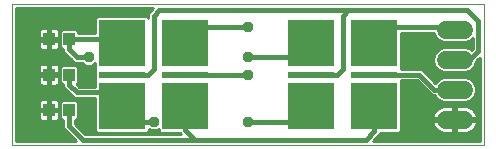
<source format=gtl>
G75*
G70*
%OFA0B0*%
%FSLAX24Y24*%
%IPPOS*%
%LPD*%
%AMOC8*
5,1,8,0,0,1.08239X$1,22.5*
%
%ADD10C,0.0000*%
%ADD11R,0.1575X0.1575*%
%ADD12R,0.1575X0.0236*%
%ADD13C,0.0600*%
%ADD14R,0.0394X0.0433*%
%ADD15C,0.0100*%
%ADD16OC8,0.0356*%
%ADD17C,0.0160*%
D10*
X000347Y000347D02*
X016095Y000347D01*
X016095Y005071D01*
X000347Y005071D01*
X000347Y000347D01*
D11*
X004008Y001666D03*
X006134Y001666D03*
X010307Y001666D03*
X012433Y001666D03*
X012433Y003752D03*
X010307Y003752D03*
X006134Y003752D03*
X004008Y003752D03*
D12*
X004008Y002709D03*
X006134Y002709D03*
X010307Y002709D03*
X012433Y002709D03*
D13*
X014811Y002209D02*
X015411Y002209D01*
X015411Y001209D02*
X014811Y001209D01*
X014811Y003209D02*
X015411Y003209D01*
X015411Y004209D02*
X014811Y004209D01*
D14*
X002256Y003890D03*
X001587Y003890D03*
X001587Y002709D03*
X002256Y002709D03*
X002256Y001528D03*
X001587Y001528D03*
D15*
X001539Y001529D02*
X000497Y001529D01*
X000497Y001627D02*
X001240Y001627D01*
X001240Y001576D02*
X001539Y001576D01*
X001539Y001480D01*
X001240Y001480D01*
X001240Y001292D01*
X001250Y001254D01*
X001270Y001219D01*
X001298Y001191D01*
X001332Y001172D01*
X001370Y001161D01*
X001539Y001161D01*
X001539Y001480D01*
X001635Y001480D01*
X001635Y001576D01*
X001539Y001576D01*
X001539Y001894D01*
X001370Y001894D01*
X001332Y001884D01*
X001298Y001865D01*
X001270Y001837D01*
X001250Y001802D01*
X001240Y001764D01*
X001240Y001576D01*
X001240Y001726D02*
X000497Y001726D01*
X000497Y001824D02*
X001263Y001824D01*
X001539Y001824D02*
X001635Y001824D01*
X001635Y001894D02*
X001635Y001576D01*
X001934Y001576D01*
X001934Y001764D01*
X001924Y001802D01*
X001904Y001837D01*
X001876Y001865D01*
X001842Y001884D01*
X001804Y001894D01*
X001635Y001894D01*
X001911Y001824D02*
X001984Y001824D01*
X002014Y001854D02*
X001949Y001790D01*
X001949Y001266D01*
X002014Y001201D01*
X002066Y001201D01*
X002066Y000918D01*
X002178Y000806D01*
X002487Y000497D01*
X000497Y000497D01*
X000497Y004921D01*
X005046Y004921D01*
X004881Y004756D01*
X004881Y004610D01*
X004841Y004650D01*
X003175Y004650D01*
X003111Y004585D01*
X003111Y004080D01*
X002563Y004080D01*
X002563Y004152D01*
X002499Y004217D01*
X002014Y004217D01*
X001949Y004152D01*
X001949Y003628D01*
X002014Y003564D01*
X002066Y003564D01*
X002066Y003477D01*
X002322Y003221D01*
X002434Y003110D01*
X002688Y003110D01*
X002787Y003011D01*
X003025Y003011D01*
X003111Y003097D01*
X003111Y002919D01*
X003134Y002896D01*
X003111Y002873D01*
X003111Y002545D01*
X003134Y002522D01*
X003111Y002499D01*
X003111Y002309D01*
X002591Y002309D01*
X002508Y002392D01*
X002563Y002447D01*
X002563Y002971D01*
X002499Y003036D01*
X002014Y003036D01*
X001949Y002971D01*
X001949Y002447D01*
X002014Y002383D01*
X002066Y002383D01*
X002066Y002296D01*
X002434Y001929D01*
X003111Y001929D01*
X003111Y000833D01*
X003175Y000768D01*
X004841Y000768D01*
X004906Y000833D01*
X004906Y000892D01*
X004952Y000846D01*
X005191Y000846D01*
X005237Y000892D01*
X005237Y000833D01*
X005301Y000768D01*
X005956Y000768D01*
X005991Y000734D01*
X002788Y000734D01*
X002446Y001075D01*
X002446Y001201D01*
X002499Y001201D01*
X002563Y001266D01*
X002563Y001790D01*
X002499Y001854D01*
X002014Y001854D01*
X001949Y001726D02*
X001934Y001726D01*
X001934Y001627D02*
X001949Y001627D01*
X001949Y001529D02*
X001635Y001529D01*
X001635Y001480D02*
X001934Y001480D01*
X001934Y001292D01*
X001924Y001254D01*
X001904Y001219D01*
X001876Y001191D01*
X001842Y001172D01*
X001804Y001161D01*
X001635Y001161D01*
X001635Y001480D01*
X001635Y001430D02*
X001539Y001430D01*
X001539Y001332D02*
X001635Y001332D01*
X001635Y001233D02*
X001539Y001233D01*
X001262Y001233D02*
X000497Y001233D01*
X000497Y001135D02*
X002066Y001135D01*
X002066Y001036D02*
X000497Y001036D01*
X000497Y000938D02*
X002066Y000938D01*
X002145Y000839D02*
X000497Y000839D01*
X000497Y000741D02*
X002243Y000741D01*
X002342Y000642D02*
X000497Y000642D01*
X000497Y000544D02*
X002440Y000544D01*
X002781Y000741D02*
X005983Y000741D01*
X005237Y000839D02*
X004906Y000839D01*
X003111Y000839D02*
X002682Y000839D01*
X002584Y000938D02*
X003111Y000938D01*
X003111Y001036D02*
X002485Y001036D01*
X002446Y001135D02*
X003111Y001135D01*
X003111Y001233D02*
X002531Y001233D01*
X002563Y001332D02*
X003111Y001332D01*
X003111Y001430D02*
X002563Y001430D01*
X002563Y001529D02*
X003111Y001529D01*
X003111Y001627D02*
X002563Y001627D01*
X002563Y001726D02*
X003111Y001726D01*
X003111Y001824D02*
X002529Y001824D01*
X003111Y001923D02*
X000497Y001923D01*
X000497Y002021D02*
X002341Y002021D01*
X002242Y002120D02*
X000497Y002120D01*
X000497Y002218D02*
X002144Y002218D01*
X002066Y002317D02*
X000497Y002317D01*
X000497Y002415D02*
X001262Y002415D01*
X001270Y002400D02*
X001298Y002372D01*
X001332Y002353D01*
X001370Y002343D01*
X001539Y002343D01*
X001539Y002661D01*
X001240Y002661D01*
X001240Y002473D01*
X001250Y002435D01*
X001270Y002400D01*
X001240Y002514D02*
X000497Y002514D01*
X000497Y002612D02*
X001240Y002612D01*
X001240Y002757D02*
X001539Y002757D01*
X001539Y002661D01*
X001635Y002661D01*
X001635Y002343D01*
X001804Y002343D01*
X001842Y002353D01*
X001876Y002372D01*
X001904Y002400D01*
X001924Y002435D01*
X001934Y002473D01*
X001934Y002661D01*
X001635Y002661D01*
X001635Y002757D01*
X001539Y002757D01*
X001539Y003076D01*
X001370Y003076D01*
X001332Y003065D01*
X001298Y003046D01*
X001270Y003018D01*
X001250Y002983D01*
X001240Y002945D01*
X001240Y002757D01*
X001240Y002809D02*
X000497Y002809D01*
X000497Y002711D02*
X001539Y002711D01*
X001635Y002711D02*
X001949Y002711D01*
X001934Y002757D02*
X001934Y002945D01*
X001924Y002983D01*
X001904Y003018D01*
X001876Y003046D01*
X001842Y003065D01*
X001804Y003076D01*
X001635Y003076D01*
X001635Y002757D01*
X001934Y002757D01*
X001934Y002809D02*
X001949Y002809D01*
X001949Y002908D02*
X001934Y002908D01*
X001910Y003006D02*
X001985Y003006D01*
X001635Y003006D02*
X001539Y003006D01*
X001539Y002908D02*
X001635Y002908D01*
X001635Y002809D02*
X001539Y002809D01*
X001240Y002908D02*
X000497Y002908D01*
X000497Y003006D02*
X001264Y003006D01*
X000497Y003105D02*
X002693Y003105D01*
X002528Y003006D02*
X003111Y003006D01*
X003122Y002908D02*
X002563Y002908D01*
X002563Y002809D02*
X003111Y002809D01*
X003111Y002711D02*
X002563Y002711D01*
X002563Y002612D02*
X003111Y002612D01*
X003126Y002514D02*
X002563Y002514D01*
X002532Y002415D02*
X003111Y002415D01*
X003111Y002317D02*
X002583Y002317D01*
X001981Y002415D02*
X001913Y002415D01*
X001934Y002514D02*
X001949Y002514D01*
X001949Y002612D02*
X001934Y002612D01*
X001635Y002612D02*
X001539Y002612D01*
X001539Y002514D02*
X001635Y002514D01*
X001635Y002415D02*
X001539Y002415D01*
X001539Y001726D02*
X001635Y001726D01*
X001635Y001627D02*
X001539Y001627D01*
X001240Y001430D02*
X000497Y001430D01*
X000497Y001332D02*
X001240Y001332D01*
X001912Y001233D02*
X001982Y001233D01*
X001949Y001332D02*
X001934Y001332D01*
X001934Y001430D02*
X001949Y001430D01*
X002340Y003203D02*
X000497Y003203D01*
X000497Y003302D02*
X002241Y003302D01*
X002143Y003400D02*
X000497Y003400D01*
X000497Y003499D02*
X002066Y003499D01*
X001904Y003582D02*
X001876Y003554D01*
X001842Y003534D01*
X001804Y003524D01*
X001635Y003524D01*
X001635Y003842D01*
X001539Y003842D01*
X001539Y003524D01*
X001370Y003524D01*
X001332Y003534D01*
X001298Y003554D01*
X001270Y003582D01*
X001250Y003616D01*
X001240Y003654D01*
X001240Y003842D01*
X001539Y003842D01*
X001539Y003939D01*
X001539Y004257D01*
X001370Y004257D01*
X001332Y004246D01*
X001298Y004227D01*
X001270Y004199D01*
X001250Y004165D01*
X001240Y004126D01*
X001240Y003939D01*
X001539Y003939D01*
X001635Y003939D01*
X001635Y004257D01*
X001804Y004257D01*
X001842Y004246D01*
X001876Y004227D01*
X001904Y004199D01*
X001924Y004165D01*
X001934Y004126D01*
X001934Y003939D01*
X001635Y003939D01*
X001635Y003842D01*
X001934Y003842D01*
X001934Y003654D01*
X001924Y003616D01*
X001904Y003582D01*
X001913Y003597D02*
X001980Y003597D01*
X001949Y003696D02*
X001934Y003696D01*
X001934Y003794D02*
X001949Y003794D01*
X001949Y003893D02*
X001635Y003893D01*
X001539Y003893D02*
X000497Y003893D01*
X000497Y003794D02*
X001240Y003794D01*
X001240Y003696D02*
X000497Y003696D01*
X000497Y003597D02*
X001261Y003597D01*
X001539Y003597D02*
X001635Y003597D01*
X001635Y003696D02*
X001539Y003696D01*
X001539Y003794D02*
X001635Y003794D01*
X001635Y003991D02*
X001539Y003991D01*
X001539Y004090D02*
X001635Y004090D01*
X001635Y004188D02*
X001539Y004188D01*
X001264Y004188D02*
X000497Y004188D01*
X000497Y004090D02*
X001240Y004090D01*
X001240Y003991D02*
X000497Y003991D01*
X000497Y004287D02*
X003111Y004287D01*
X003111Y004385D02*
X000497Y004385D01*
X000497Y004484D02*
X003111Y004484D01*
X003111Y004582D02*
X000497Y004582D01*
X000497Y004681D02*
X004881Y004681D01*
X004904Y004779D02*
X000497Y004779D01*
X000497Y004878D02*
X005003Y004878D01*
X003111Y004188D02*
X002527Y004188D01*
X002563Y004090D02*
X003111Y004090D01*
X001986Y004188D02*
X001910Y004188D01*
X001934Y004090D02*
X001949Y004090D01*
X001949Y003991D02*
X001934Y003991D01*
X012380Y000497D02*
X012623Y000741D01*
X015945Y000741D01*
X015945Y000839D02*
X015667Y000839D01*
X015646Y000824D02*
X015704Y000866D01*
X015754Y000916D01*
X015796Y000973D01*
X015828Y001036D01*
X015850Y001104D01*
X015858Y001159D01*
X015161Y001159D01*
X015161Y001259D01*
X015858Y001259D01*
X015850Y001314D01*
X015828Y001382D01*
X015796Y001445D01*
X015754Y001502D01*
X015704Y001552D01*
X015646Y001594D01*
X015583Y001626D01*
X015516Y001648D01*
X015446Y001659D01*
X015161Y001659D01*
X015161Y001259D01*
X015061Y001259D01*
X015061Y001659D01*
X014775Y001659D01*
X014705Y001648D01*
X014638Y001626D01*
X014575Y001594D01*
X014517Y001552D01*
X014467Y001502D01*
X014426Y001445D01*
X014394Y001382D01*
X014372Y001314D01*
X014363Y001259D01*
X015061Y001259D01*
X015061Y001159D01*
X015161Y001159D01*
X015161Y000759D01*
X015446Y000759D01*
X015516Y000770D01*
X015583Y000792D01*
X015646Y000824D01*
X015770Y000938D02*
X015945Y000938D01*
X015945Y001036D02*
X015828Y001036D01*
X015854Y001135D02*
X015945Y001135D01*
X015945Y001233D02*
X015161Y001233D01*
X015061Y001233D02*
X013331Y001233D01*
X013331Y001135D02*
X014367Y001135D01*
X014363Y001159D02*
X014372Y001104D01*
X014394Y001036D01*
X014426Y000973D01*
X014467Y000916D01*
X014517Y000866D01*
X014575Y000824D01*
X014638Y000792D01*
X014705Y000770D01*
X014775Y000759D01*
X015061Y000759D01*
X015061Y001159D01*
X014363Y001159D01*
X014394Y001036D02*
X013331Y001036D01*
X013331Y000938D02*
X014451Y000938D01*
X014554Y000839D02*
X013331Y000839D01*
X013331Y000833D02*
X013331Y002499D01*
X013311Y002519D01*
X013851Y002519D01*
X014351Y002019D01*
X014446Y002019D01*
X014463Y001977D01*
X014578Y001861D01*
X014729Y001799D01*
X015492Y001799D01*
X015643Y001861D01*
X015758Y001977D01*
X015821Y002128D01*
X015821Y002291D01*
X015758Y002441D01*
X015643Y002557D01*
X015492Y002619D01*
X014729Y002619D01*
X014578Y002557D01*
X014465Y002443D01*
X014120Y002788D01*
X014008Y002899D01*
X013311Y002899D01*
X013331Y002919D01*
X013331Y004094D01*
X014415Y004094D01*
X014463Y003977D01*
X014578Y003861D01*
X014729Y003799D01*
X015492Y003799D01*
X015643Y003861D01*
X015708Y003927D01*
X015708Y003575D01*
X015666Y003533D01*
X015643Y003557D01*
X015492Y003619D01*
X014729Y003619D01*
X014578Y003557D01*
X014463Y003441D01*
X014401Y003291D01*
X014401Y003128D01*
X014463Y002977D01*
X014578Y002861D01*
X014729Y002799D01*
X015492Y002799D01*
X015643Y002861D01*
X015758Y002977D01*
X015821Y003128D01*
X015821Y003150D01*
X015891Y003221D01*
X015945Y003275D01*
X015945Y000497D01*
X012380Y000497D01*
X012427Y000544D02*
X015945Y000544D01*
X015945Y000642D02*
X012525Y000642D01*
X012623Y000741D02*
X012623Y000768D01*
X013266Y000768D01*
X013331Y000833D01*
X013331Y001332D02*
X014377Y001332D01*
X014418Y001430D02*
X013331Y001430D01*
X013331Y001529D02*
X014494Y001529D01*
X014642Y001627D02*
X013331Y001627D01*
X013331Y001726D02*
X015945Y001726D01*
X015945Y001627D02*
X015579Y001627D01*
X015727Y001529D02*
X015945Y001529D01*
X015945Y001430D02*
X015803Y001430D01*
X015844Y001332D02*
X015945Y001332D01*
X015161Y001332D02*
X015061Y001332D01*
X015061Y001430D02*
X015161Y001430D01*
X015161Y001529D02*
X015061Y001529D01*
X015061Y001627D02*
X015161Y001627D01*
X015553Y001824D02*
X015945Y001824D01*
X015945Y001923D02*
X015704Y001923D01*
X015777Y002021D02*
X015945Y002021D01*
X015945Y002120D02*
X015817Y002120D01*
X015821Y002218D02*
X015945Y002218D01*
X015945Y002317D02*
X015810Y002317D01*
X015769Y002415D02*
X015945Y002415D01*
X015945Y002514D02*
X015686Y002514D01*
X015508Y002612D02*
X015945Y002612D01*
X015945Y002711D02*
X014196Y002711D01*
X014098Y002809D02*
X014704Y002809D01*
X014532Y002908D02*
X013319Y002908D01*
X013331Y003006D02*
X014451Y003006D01*
X014410Y003105D02*
X013331Y003105D01*
X013331Y003203D02*
X014401Y003203D01*
X014405Y003302D02*
X013331Y003302D01*
X013331Y003400D02*
X014446Y003400D01*
X014521Y003499D02*
X013331Y003499D01*
X013331Y003597D02*
X014677Y003597D01*
X014547Y003893D02*
X013331Y003893D01*
X013331Y003794D02*
X015708Y003794D01*
X015708Y003893D02*
X015674Y003893D01*
X015708Y003696D02*
X013331Y003696D01*
X013331Y003991D02*
X014457Y003991D01*
X014416Y004090D02*
X013331Y004090D01*
X015545Y003597D02*
X015708Y003597D01*
X015874Y003203D02*
X015945Y003203D01*
X015945Y003105D02*
X015811Y003105D01*
X015770Y003006D02*
X015945Y003006D01*
X015945Y002908D02*
X015689Y002908D01*
X015517Y002809D02*
X015945Y002809D01*
X014713Y002612D02*
X014295Y002612D01*
X014393Y002514D02*
X014536Y002514D01*
X014053Y002317D02*
X013331Y002317D01*
X013331Y002415D02*
X013955Y002415D01*
X013856Y002514D02*
X013316Y002514D01*
X013331Y002218D02*
X014152Y002218D01*
X014250Y002120D02*
X013331Y002120D01*
X013331Y002021D02*
X014349Y002021D01*
X014517Y001923D02*
X013331Y001923D01*
X013331Y001824D02*
X014668Y001824D01*
X015061Y001135D02*
X015161Y001135D01*
X015161Y001036D02*
X015061Y001036D01*
X015061Y000938D02*
X015161Y000938D01*
X015161Y000839D02*
X015061Y000839D01*
D16*
X008221Y001134D03*
X005071Y001134D03*
X008221Y002709D03*
X008221Y003300D03*
X008221Y004284D03*
X002906Y003300D03*
X000937Y002709D03*
D17*
X001587Y002709D01*
X002256Y002709D02*
X002256Y002374D01*
X002512Y002119D01*
X003556Y002119D01*
X004008Y001666D01*
X004540Y001134D01*
X005071Y001134D01*
X006134Y000859D02*
X006449Y000544D01*
X002709Y000544D01*
X002256Y000996D01*
X002256Y001528D01*
X004008Y002709D02*
X004874Y002709D01*
X005071Y002906D01*
X005071Y004678D01*
X005268Y004874D01*
X011567Y004874D01*
X011961Y004874D01*
X015504Y004874D01*
X015898Y004481D01*
X015898Y003496D01*
X015701Y003300D01*
X015201Y003300D01*
X015111Y003209D01*
X014430Y002209D02*
X013930Y002709D01*
X012433Y002709D01*
X011370Y002906D02*
X011370Y004678D01*
X011567Y004874D01*
X012433Y003752D02*
X012965Y004284D01*
X015036Y004284D01*
X015111Y004209D01*
X012890Y004209D02*
X012433Y003752D01*
X010307Y003752D02*
X009855Y003300D01*
X008221Y003300D01*
X008221Y002709D02*
X006134Y002709D01*
X006134Y001666D02*
X006134Y000859D01*
X006449Y000544D02*
X012158Y000544D01*
X012433Y000819D01*
X012433Y001666D01*
X014430Y002209D02*
X015111Y002209D01*
X011370Y002906D02*
X011174Y002709D01*
X010307Y002709D01*
X010307Y001666D02*
X009973Y001134D01*
X008221Y001134D01*
X002906Y003300D02*
X002512Y003300D01*
X002256Y003556D01*
X002256Y003890D01*
X003870Y003890D01*
X004008Y003752D01*
X006134Y003752D02*
X006666Y004284D01*
X008221Y004284D01*
M02*

</source>
